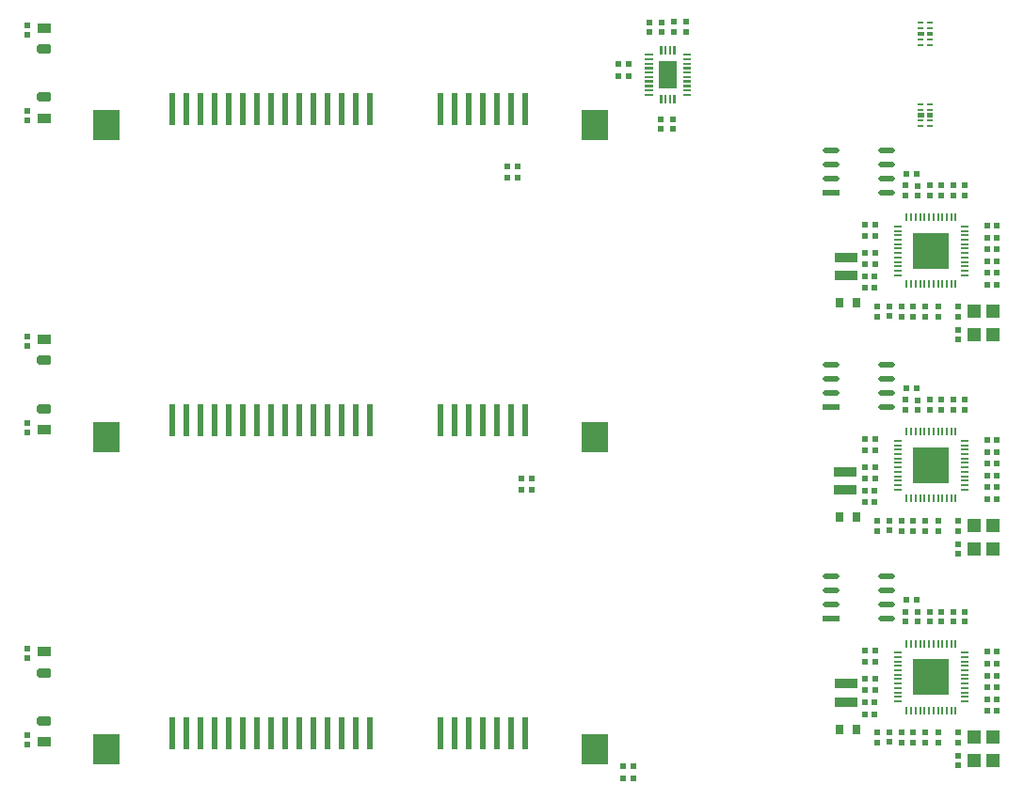
<source format=gbp>
G04*
G04 #@! TF.GenerationSoftware,Altium Limited,Altium Designer,24.0.1 (36)*
G04*
G04 Layer_Color=128*
%FSLAX44Y44*%
%MOMM*%
G71*
G04*
G04 #@! TF.SameCoordinates,83E8BF3D-B213-456F-A94E-7FD5B374DFB2*
G04*
G04*
G04 #@! TF.FilePolarity,Positive*
G04*
G01*
G75*
%ADD24O,1.5000X0.5000*%
%ADD25R,1.5000X0.5000*%
%ADD28R,0.5000X0.5000*%
%ADD30R,0.5000X0.5000*%
%ADD31R,1.2700X0.8890*%
%ADD34R,1.2000X1.3000*%
%ADD36R,0.7500X0.8500*%
%ADD107R,2.0000X0.8500*%
%ADD108R,2.4000X2.8000*%
%ADD109O,0.2000X0.7000*%
%ADD110O,0.7000X0.2000*%
%ADD111R,3.3000X3.3000*%
%ADD115R,0.5650X0.2000*%
G04:AMPARAMS|DCode=117|XSize=1.27mm|YSize=0.889mm|CornerRadius=0mm|HoleSize=0mm|Usage=FLASHONLY|Rotation=180.000|XOffset=0mm|YOffset=0mm|HoleType=Round|Shape=Octagon|*
%AMOCTAGOND117*
4,1,8,-0.6350,0.2223,-0.6350,-0.2223,-0.4128,-0.4445,0.4128,-0.4445,0.6350,-0.2223,0.6350,0.2223,0.4128,0.4445,-0.4128,0.4445,-0.6350,0.2223,0.0*
%
%ADD117OCTAGOND117*%

%ADD118R,0.6000X2.9000*%
G36*
X826150Y727688D02*
X820500D01*
Y731288D01*
X826150D01*
Y727688D01*
D02*
G37*
G36*
X817800D02*
X812150D01*
Y731288D01*
X817800D01*
Y727688D01*
D02*
G37*
G36*
X594503Y710905D02*
X592503D01*
Y717906D01*
X594503D01*
Y710905D01*
D02*
G37*
G36*
X590503D02*
X588503D01*
Y717906D01*
X590503D01*
Y710905D01*
D02*
G37*
G36*
X586502D02*
X584502D01*
Y717906D01*
X586502D01*
Y710905D01*
D02*
G37*
G36*
X582501D02*
X580502D01*
Y717906D01*
X582501D01*
Y710905D01*
D02*
G37*
G36*
X574003Y709406D02*
X567002D01*
Y711405D01*
X574003D01*
Y709406D01*
D02*
G37*
G36*
X608002Y709404D02*
X601002D01*
Y711404D01*
X608002D01*
Y709404D01*
D02*
G37*
G36*
X574002Y705404D02*
X567002D01*
Y707403D01*
X574002D01*
Y705404D01*
D02*
G37*
G36*
X608002Y705403D02*
X601002D01*
Y707403D01*
X608002D01*
Y705403D01*
D02*
G37*
G36*
Y701405D02*
X601002D01*
Y703405D01*
X608002D01*
Y701405D01*
D02*
G37*
G36*
X574002Y701403D02*
X567002D01*
Y703403D01*
X574002D01*
Y701403D01*
D02*
G37*
G36*
Y697405D02*
X567002D01*
Y699405D01*
X574002D01*
Y697405D01*
D02*
G37*
G36*
X608002Y697404D02*
X601002D01*
Y699405D01*
X608002D01*
Y697404D01*
D02*
G37*
G36*
X574002Y693404D02*
X567002D01*
Y695405D01*
X574002D01*
Y693404D01*
D02*
G37*
G36*
X608002Y693404D02*
X601002D01*
Y695404D01*
X608002D01*
Y693404D01*
D02*
G37*
G36*
X574002Y689404D02*
X567002D01*
Y691404D01*
X574002D01*
Y689404D01*
D02*
G37*
G36*
X608002Y689404D02*
X601002D01*
Y691404D01*
X608002D01*
Y689404D01*
D02*
G37*
G36*
X574002Y685404D02*
X567002D01*
Y687403D01*
X574002D01*
Y685404D01*
D02*
G37*
G36*
X608002Y685403D02*
X601002D01*
Y687403D01*
X608002D01*
Y685403D01*
D02*
G37*
G36*
Y681405D02*
X601002D01*
Y683405D01*
X608002D01*
Y681405D01*
D02*
G37*
G36*
X574002Y681403D02*
X567002D01*
Y683403D01*
X574002D01*
Y681403D01*
D02*
G37*
G36*
X595502Y680404D02*
X579502D01*
Y704404D01*
X595502D01*
Y680404D01*
D02*
G37*
G36*
X574002Y677405D02*
X567002D01*
Y679405D01*
X574002D01*
Y677405D01*
D02*
G37*
G36*
X608002Y677404D02*
X601002D01*
Y679405D01*
X608002D01*
Y677404D01*
D02*
G37*
G36*
X574002Y673404D02*
X567002D01*
Y675405D01*
X574002D01*
Y673404D01*
D02*
G37*
G36*
X608002Y673402D02*
X601001D01*
Y675403D01*
X608002D01*
Y673402D01*
D02*
G37*
G36*
X594502Y666902D02*
X592503D01*
Y673903D01*
X594502D01*
Y666902D01*
D02*
G37*
G36*
X590502D02*
X588502D01*
Y673903D01*
X590502D01*
Y666902D01*
D02*
G37*
G36*
X586502D02*
X584501D01*
Y673903D01*
X586502D01*
Y666902D01*
D02*
G37*
G36*
X582501D02*
X580501D01*
Y673903D01*
X582501D01*
Y666902D01*
D02*
G37*
G36*
X826150Y654282D02*
X820500D01*
Y657882D01*
X826150D01*
Y654282D01*
D02*
G37*
G36*
X817800D02*
X812150D01*
Y657882D01*
X817800D01*
Y654282D01*
D02*
G37*
D24*
X734306Y598932D02*
D03*
Y611632D02*
D03*
Y624332D02*
D03*
X784306Y586232D02*
D03*
Y598932D02*
D03*
Y611632D02*
D03*
Y624332D02*
D03*
Y431292D02*
D03*
Y418592D02*
D03*
Y405892D02*
D03*
Y393192D02*
D03*
X734306Y431292D02*
D03*
Y418592D02*
D03*
Y405892D02*
D03*
X784306Y240538D02*
D03*
Y227838D02*
D03*
Y215138D02*
D03*
Y202438D02*
D03*
X734306Y240538D02*
D03*
Y227838D02*
D03*
Y215138D02*
D03*
D25*
Y586232D02*
D03*
Y393192D02*
D03*
Y202438D02*
D03*
D28*
X11176Y166692D02*
D03*
Y175192D02*
D03*
Y97468D02*
D03*
Y88968D02*
D03*
Y659502D02*
D03*
Y651002D02*
D03*
Y378900D02*
D03*
Y370400D02*
D03*
Y448124D02*
D03*
Y456624D02*
D03*
X593090Y739898D02*
D03*
Y731398D02*
D03*
X604012Y740117D02*
D03*
Y731116D02*
D03*
X571246Y731334D02*
D03*
Y739834D02*
D03*
X582168Y731334D02*
D03*
Y739834D02*
D03*
X581152Y651950D02*
D03*
Y643450D02*
D03*
X592328Y651950D02*
D03*
Y643450D02*
D03*
X801624Y390724D02*
D03*
Y399724D02*
D03*
X797560Y474870D02*
D03*
Y483870D02*
D03*
X812292Y208688D02*
D03*
Y200188D02*
D03*
X801624Y199970D02*
D03*
Y208970D02*
D03*
X822960Y199970D02*
D03*
Y208970D02*
D03*
X830637Y100076D02*
D03*
Y91076D02*
D03*
X833628Y199970D02*
D03*
Y208970D02*
D03*
X854964Y199970D02*
D03*
Y208970D02*
D03*
X844296Y199970D02*
D03*
Y208970D02*
D03*
X848614Y70176D02*
D03*
Y79176D02*
D03*
Y100004D02*
D03*
Y91004D02*
D03*
X797560D02*
D03*
Y100004D02*
D03*
X818896Y100076D02*
D03*
Y91076D02*
D03*
X786892Y99859D02*
D03*
Y91358D02*
D03*
X808228Y91004D02*
D03*
Y100004D02*
D03*
X776224D02*
D03*
Y91004D02*
D03*
X822960Y390724D02*
D03*
Y399724D02*
D03*
X833628Y390724D02*
D03*
Y399724D02*
D03*
X812292Y390942D02*
D03*
Y399442D02*
D03*
X844296Y390724D02*
D03*
Y399724D02*
D03*
X854964Y390724D02*
D03*
Y399724D02*
D03*
X830637Y290830D02*
D03*
Y281830D02*
D03*
X848614Y290758D02*
D03*
Y281758D02*
D03*
X797560Y281830D02*
D03*
Y290830D02*
D03*
X786892Y290613D02*
D03*
Y282113D02*
D03*
X808228Y281830D02*
D03*
Y290830D02*
D03*
X818896Y290830D02*
D03*
Y281830D02*
D03*
X776224Y290830D02*
D03*
Y281830D02*
D03*
X848614Y260930D02*
D03*
Y269930D02*
D03*
X833628Y583764D02*
D03*
Y592764D02*
D03*
X830637Y483870D02*
D03*
Y474870D02*
D03*
X844296Y583764D02*
D03*
Y592764D02*
D03*
X822960Y583764D02*
D03*
Y592764D02*
D03*
X818896Y483870D02*
D03*
Y474870D02*
D03*
X812292Y592482D02*
D03*
Y583982D02*
D03*
X801624Y583764D02*
D03*
Y592764D02*
D03*
X848614Y453970D02*
D03*
Y462970D02*
D03*
X854964Y583764D02*
D03*
Y592764D02*
D03*
X848614Y483798D02*
D03*
Y474798D02*
D03*
X808228Y474870D02*
D03*
Y483870D02*
D03*
X776224D02*
D03*
Y474870D02*
D03*
X786892Y483652D02*
D03*
Y475153D02*
D03*
X11176Y737294D02*
D03*
Y728794D02*
D03*
D30*
X811458Y219456D02*
D03*
X802458D02*
D03*
X765188Y307340D02*
D03*
X773688D02*
D03*
X765188Y318008D02*
D03*
X773688D02*
D03*
X773938Y328676D02*
D03*
X764938D02*
D03*
X547442Y58928D02*
D03*
X556442D02*
D03*
X547442Y69596D02*
D03*
X556442D02*
D03*
X764938Y137922D02*
D03*
X773938D02*
D03*
X773688Y127254D02*
D03*
X765188D02*
D03*
X773688Y116586D02*
D03*
X765188D02*
D03*
X773938Y173990D02*
D03*
X764938D02*
D03*
X773938Y163322D02*
D03*
X764938D02*
D03*
X773938Y148590D02*
D03*
X764938D02*
D03*
X874480Y162052D02*
D03*
X883480D02*
D03*
X874480Y151384D02*
D03*
X883480D02*
D03*
X874480Y130048D02*
D03*
X883480D02*
D03*
X874480Y172720D02*
D03*
X883480D02*
D03*
X874480Y119380D02*
D03*
X883480D02*
D03*
X874480Y140716D02*
D03*
X883480D02*
D03*
X874480Y363474D02*
D03*
X883480D02*
D03*
X874480Y331470D02*
D03*
X883480D02*
D03*
X874480Y352806D02*
D03*
X883480D02*
D03*
X874480Y320802D02*
D03*
X883480D02*
D03*
X773938Y364744D02*
D03*
X764938D02*
D03*
X773938Y354076D02*
D03*
X764938D02*
D03*
X773938Y339344D02*
D03*
X764938D02*
D03*
X874480Y342138D02*
D03*
X883480D02*
D03*
X874480Y310134D02*
D03*
X883480D02*
D03*
X802458Y410210D02*
D03*
X811458D02*
D03*
X773938Y547116D02*
D03*
X764938D02*
D03*
X773938Y557784D02*
D03*
X764938D02*
D03*
X802458Y603504D02*
D03*
X811458D02*
D03*
X874480Y556514D02*
D03*
X883480D02*
D03*
X773938Y532384D02*
D03*
X764938D02*
D03*
X874480Y513842D02*
D03*
X883480D02*
D03*
X874480Y545846D02*
D03*
X883480D02*
D03*
X874480Y503174D02*
D03*
X883480D02*
D03*
X764938Y521716D02*
D03*
X773938D02*
D03*
X773688Y511048D02*
D03*
X765188D02*
D03*
X874480Y524510D02*
D03*
X883480D02*
D03*
X874480Y535178D02*
D03*
X883480D02*
D03*
X773688Y500380D02*
D03*
X765188D02*
D03*
X455748Y328930D02*
D03*
X464748D02*
D03*
X455748Y318262D02*
D03*
X464748D02*
D03*
X443302Y610108D02*
D03*
X452302D02*
D03*
X443302Y599440D02*
D03*
X452302D02*
D03*
X552124Y691388D02*
D03*
X543124D02*
D03*
X552124Y702056D02*
D03*
X543124D02*
D03*
D31*
X26417Y454136D02*
D03*
Y734671D02*
D03*
X26416Y653415D02*
D03*
Y372880D02*
D03*
X26417Y172709D02*
D03*
X26416Y91453D02*
D03*
D34*
X879838Y95676D02*
D03*
Y74676D02*
D03*
X862838D02*
D03*
Y95676D02*
D03*
X879838Y286430D02*
D03*
Y265430D02*
D03*
X862838D02*
D03*
Y286430D02*
D03*
X879838Y479470D02*
D03*
Y458470D02*
D03*
X862838D02*
D03*
Y479470D02*
D03*
D36*
X742304Y103124D02*
D03*
X756804D02*
D03*
X742304Y293878D02*
D03*
X756804D02*
D03*
X742304Y486918D02*
D03*
X756804D02*
D03*
D107*
X747522Y511434D02*
D03*
Y527934D02*
D03*
X746785Y318394D02*
D03*
Y334894D02*
D03*
X747522Y127640D02*
D03*
Y144140D02*
D03*
D108*
X521512Y646948D02*
D03*
Y84786D02*
D03*
X82112D02*
D03*
Y646948D02*
D03*
X521512Y366213D02*
D03*
X82112D02*
D03*
D109*
X802484Y180114D02*
D03*
X806484D02*
D03*
X810484D02*
D03*
X814484D02*
D03*
X818484D02*
D03*
X822484D02*
D03*
X826484D02*
D03*
X830484D02*
D03*
X834484D02*
D03*
X838484D02*
D03*
X842484D02*
D03*
X846484D02*
D03*
Y120114D02*
D03*
X842484D02*
D03*
X838484D02*
D03*
X834484D02*
D03*
X830484D02*
D03*
X826484D02*
D03*
X822484D02*
D03*
X818484D02*
D03*
X814484D02*
D03*
X810484D02*
D03*
X806484D02*
D03*
X802484D02*
D03*
Y370868D02*
D03*
X806484D02*
D03*
X810484D02*
D03*
X814484D02*
D03*
X818484D02*
D03*
X822484D02*
D03*
X826484D02*
D03*
X830484D02*
D03*
X834484D02*
D03*
X838484D02*
D03*
X842484D02*
D03*
X846484D02*
D03*
Y310868D02*
D03*
X842484D02*
D03*
X838484D02*
D03*
X834484D02*
D03*
X830484D02*
D03*
X826484D02*
D03*
X822484D02*
D03*
X818484D02*
D03*
X814484D02*
D03*
X810484D02*
D03*
X806484D02*
D03*
X802484D02*
D03*
Y563908D02*
D03*
X806484D02*
D03*
X810484D02*
D03*
X814484D02*
D03*
X818484D02*
D03*
X822484D02*
D03*
X826484D02*
D03*
X830484D02*
D03*
X834484D02*
D03*
X838484D02*
D03*
X842484D02*
D03*
X846484D02*
D03*
Y503908D02*
D03*
X842484D02*
D03*
X838484D02*
D03*
X834484D02*
D03*
X830484D02*
D03*
X826484D02*
D03*
X822484D02*
D03*
X818484D02*
D03*
X814484D02*
D03*
X810484D02*
D03*
X806484D02*
D03*
X802484D02*
D03*
D110*
X854484Y172114D02*
D03*
Y168114D02*
D03*
Y164114D02*
D03*
Y160114D02*
D03*
Y156114D02*
D03*
Y152114D02*
D03*
Y148114D02*
D03*
Y144114D02*
D03*
Y140114D02*
D03*
Y136114D02*
D03*
Y132114D02*
D03*
Y128114D02*
D03*
X794484D02*
D03*
Y132114D02*
D03*
Y136114D02*
D03*
Y140114D02*
D03*
Y144114D02*
D03*
Y148114D02*
D03*
Y152114D02*
D03*
Y156114D02*
D03*
Y160114D02*
D03*
Y164114D02*
D03*
Y168114D02*
D03*
Y172114D02*
D03*
X854484Y362868D02*
D03*
Y358868D02*
D03*
Y354868D02*
D03*
Y350868D02*
D03*
Y346868D02*
D03*
Y342868D02*
D03*
Y338868D02*
D03*
Y334868D02*
D03*
Y330868D02*
D03*
Y326868D02*
D03*
Y322868D02*
D03*
Y318868D02*
D03*
X794484D02*
D03*
Y322868D02*
D03*
Y326868D02*
D03*
Y330868D02*
D03*
Y334868D02*
D03*
Y338868D02*
D03*
Y342868D02*
D03*
Y346868D02*
D03*
Y350868D02*
D03*
Y354868D02*
D03*
Y358868D02*
D03*
Y362868D02*
D03*
X854484Y555908D02*
D03*
Y551908D02*
D03*
Y547908D02*
D03*
Y543908D02*
D03*
Y539908D02*
D03*
Y535908D02*
D03*
Y531908D02*
D03*
Y527908D02*
D03*
Y523908D02*
D03*
Y519908D02*
D03*
Y515908D02*
D03*
Y511908D02*
D03*
X794484D02*
D03*
Y515908D02*
D03*
Y519908D02*
D03*
Y523908D02*
D03*
Y527908D02*
D03*
Y531908D02*
D03*
Y535908D02*
D03*
Y539908D02*
D03*
Y543908D02*
D03*
Y547908D02*
D03*
Y551908D02*
D03*
Y555908D02*
D03*
D111*
X824484Y150114D02*
D03*
Y340868D02*
D03*
Y533908D02*
D03*
D115*
X823325Y719488D02*
D03*
Y724488D02*
D03*
Y734488D02*
D03*
Y739488D02*
D03*
X814975D02*
D03*
Y734488D02*
D03*
Y724488D02*
D03*
Y719488D02*
D03*
X823325Y646082D02*
D03*
Y651082D02*
D03*
Y661082D02*
D03*
Y666082D02*
D03*
X814975D02*
D03*
Y661082D02*
D03*
Y651082D02*
D03*
Y646082D02*
D03*
D117*
X26417Y435136D02*
D03*
Y715671D02*
D03*
X26416Y672415D02*
D03*
Y391880D02*
D03*
X26417Y153709D02*
D03*
X26416Y110453D02*
D03*
D118*
X459412Y99786D02*
D03*
X446712D02*
D03*
X434012D02*
D03*
X421312D02*
D03*
X408612D02*
D03*
X395912D02*
D03*
X383212D02*
D03*
X319712D02*
D03*
X307012D02*
D03*
X294312D02*
D03*
X281612D02*
D03*
X268912D02*
D03*
X256212D02*
D03*
X243512D02*
D03*
X230812D02*
D03*
X218112D02*
D03*
X205412D02*
D03*
X192712D02*
D03*
X180012D02*
D03*
X167312D02*
D03*
X154612D02*
D03*
X141912D02*
D03*
X459412Y661948D02*
D03*
X446712D02*
D03*
X434012D02*
D03*
X421312D02*
D03*
X408612D02*
D03*
X395912D02*
D03*
X383212D02*
D03*
X319712D02*
D03*
X307012D02*
D03*
X294312D02*
D03*
X281612D02*
D03*
X268912D02*
D03*
X256212D02*
D03*
X243512D02*
D03*
X230812D02*
D03*
X218112D02*
D03*
X205412D02*
D03*
X192712D02*
D03*
X180012D02*
D03*
X167312D02*
D03*
X154612D02*
D03*
X141912D02*
D03*
X459412Y381213D02*
D03*
X446712D02*
D03*
X434012D02*
D03*
X421312D02*
D03*
X408612D02*
D03*
X395912D02*
D03*
X383212D02*
D03*
X319712D02*
D03*
X307012D02*
D03*
X294312D02*
D03*
X281612D02*
D03*
X268912D02*
D03*
X256212D02*
D03*
X243512D02*
D03*
X230812D02*
D03*
X218112D02*
D03*
X205412D02*
D03*
X192712D02*
D03*
X180012D02*
D03*
X167312D02*
D03*
X154612D02*
D03*
X141912D02*
D03*
M02*

</source>
